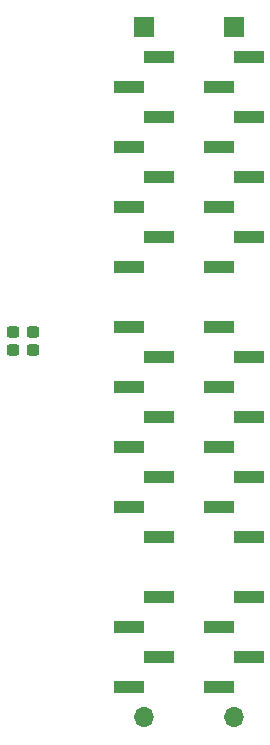
<source format=gbr>
G04 #@! TF.GenerationSoftware,KiCad,Pcbnew,9.0.6-9.0.6~ubuntu25.10.1*
G04 #@! TF.CreationDate,2025-12-01T20:39:10+09:00*
G04 #@! TF.ProjectId,bionic-z280,62696f6e-6963-42d7-9a32-38302e6b6963,1*
G04 #@! TF.SameCoordinates,Original*
G04 #@! TF.FileFunction,Soldermask,Bot*
G04 #@! TF.FilePolarity,Negative*
%FSLAX46Y46*%
G04 Gerber Fmt 4.6, Leading zero omitted, Abs format (unit mm)*
G04 Created by KiCad (PCBNEW 9.0.6-9.0.6~ubuntu25.10.1) date 2025-12-01 20:39:10*
%MOMM*%
%LPD*%
G01*
G04 APERTURE LIST*
G04 Aperture macros list*
%AMRoundRect*
0 Rectangle with rounded corners*
0 $1 Rounding radius*
0 $2 $3 $4 $5 $6 $7 $8 $9 X,Y pos of 4 corners*
0 Add a 4 corners polygon primitive as box body*
4,1,4,$2,$3,$4,$5,$6,$7,$8,$9,$2,$3,0*
0 Add four circle primitives for the rounded corners*
1,1,$1+$1,$2,$3*
1,1,$1+$1,$4,$5*
1,1,$1+$1,$6,$7*
1,1,$1+$1,$8,$9*
0 Add four rect primitives between the rounded corners*
20,1,$1+$1,$2,$3,$4,$5,0*
20,1,$1+$1,$4,$5,$6,$7,0*
20,1,$1+$1,$6,$7,$8,$9,0*
20,1,$1+$1,$8,$9,$2,$3,0*%
G04 Aperture macros list end*
%ADD10O,1.700000X1.700000*%
%ADD11R,2.510000X1.000000*%
%ADD12R,1.700000X1.700000*%
%ADD13RoundRect,0.237500X0.300000X0.237500X-0.300000X0.237500X-0.300000X-0.237500X0.300000X-0.237500X0*%
G04 APERTURE END LIST*
D10*
X117510000Y-133500000D03*
D11*
X116265400Y-130960000D03*
X118754600Y-128420000D03*
X116265400Y-125880000D03*
X118754600Y-123340000D03*
X118754600Y-118260000D03*
X116265400Y-115720000D03*
X118754600Y-113180000D03*
X116265400Y-110640000D03*
X118754600Y-108100000D03*
X116265400Y-105560000D03*
X118754600Y-103020000D03*
X116265400Y-100480000D03*
X116265400Y-95400000D03*
X118754600Y-92860000D03*
X116265400Y-90320000D03*
X118754600Y-87780000D03*
X116265400Y-85240000D03*
X118754600Y-82700000D03*
X116265400Y-80160000D03*
X118754600Y-77620000D03*
D12*
X117510000Y-75080000D03*
D13*
X100492000Y-100861000D03*
X98767000Y-100861000D03*
D12*
X109890000Y-75080000D03*
D11*
X111134600Y-77620000D03*
X108645400Y-80160000D03*
X111134600Y-82700000D03*
X108645400Y-85240000D03*
X111134600Y-87780000D03*
X108645400Y-90320000D03*
X111134600Y-92860000D03*
X108645400Y-95400000D03*
X108645400Y-100480000D03*
X111134600Y-103020000D03*
X108645400Y-105560000D03*
X111134600Y-108100000D03*
X108645400Y-110640000D03*
X111134600Y-113180000D03*
X108645400Y-115720000D03*
X111134600Y-118260000D03*
X111134600Y-123340000D03*
X108645400Y-125880000D03*
X111134600Y-128420000D03*
X108645400Y-130960000D03*
D10*
X109890000Y-133500000D03*
D13*
X100492000Y-102435800D03*
X98767000Y-102435800D03*
M02*

</source>
